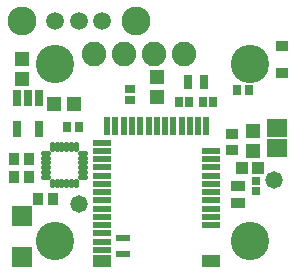
<source format=gbr>
G04 EAGLE Gerber RS-274X export*
G75*
%MOMM*%
%FSLAX34Y34*%
%LPD*%
%INSoldermask Top*%
%IPPOS*%
%AMOC8*
5,1,8,0,0,1.08239X$1,22.5*%
G01*
%ADD10C,1.473200*%
%ADD11C,3.248200*%
%ADD12R,1.203200X1.303200*%
%ADD13R,0.793200X0.833200*%
%ADD14R,0.903200X1.103200*%
%ADD15R,1.143000X0.863600*%
%ADD16C,2.082800*%
%ADD17R,1.053200X1.003200*%
%ADD18R,0.803200X0.743200*%
%ADD19R,1.703200X1.703200*%
%ADD20R,1.603200X1.003200*%
%ADD21R,1.603200X0.603200*%
%ADD22R,0.603200X1.603200*%
%ADD23R,1.203200X0.603200*%
%ADD24C,0.258150*%
%ADD25C,1.511200*%
%ADD26C,2.453200*%
%ADD27R,0.753200X1.403200*%
%ADD28R,1.303200X1.203200*%
%ADD29R,1.703200X1.503200*%
%ADD30R,0.803200X1.303200*%
%ADD31R,1.033200X0.833200*%
%ADD32R,1.103200X0.903200*%
%ADD33R,0.903200X0.803200*%
%ADD34R,0.803200X0.903200*%


D10*
X383540Y104140D03*
D11*
X198120Y52000D03*
X198120Y202000D03*
X363220Y202000D03*
X363220Y52000D03*
D12*
X284480Y174380D03*
X284480Y191380D03*
D13*
X323460Y169672D03*
X331860Y169672D03*
X311540Y169672D03*
X303140Y169672D03*
D14*
X163680Y121920D03*
X176680Y121920D03*
X184000Y87884D03*
X197000Y87884D03*
X163680Y106680D03*
X176680Y106680D03*
D12*
X365760Y145660D03*
X365760Y128660D03*
D15*
X353060Y84328D03*
X353060Y98552D03*
D16*
X231140Y210820D03*
X256540Y210820D03*
X281940Y210820D03*
X307340Y210820D03*
D17*
X370220Y114300D03*
X356220Y114300D03*
D18*
X368300Y102872D03*
X368300Y94232D03*
D19*
X170180Y38380D03*
X170180Y73380D03*
D20*
X330480Y35660D03*
D21*
X330480Y65660D03*
X330480Y72660D03*
X330480Y79660D03*
X330480Y86660D03*
X330480Y93660D03*
X330480Y100660D03*
X330480Y107660D03*
X330480Y114660D03*
X330480Y121660D03*
X330480Y128660D03*
D22*
X326480Y149660D03*
X319480Y149660D03*
X312480Y149660D03*
X305480Y149660D03*
X298480Y149660D03*
X291480Y149660D03*
X284480Y149660D03*
X277480Y149660D03*
X270480Y149660D03*
X263480Y149660D03*
X256480Y149660D03*
X249480Y149660D03*
X242480Y149660D03*
D21*
X238480Y128660D03*
X238480Y121660D03*
X238480Y114660D03*
X238480Y107660D03*
X238480Y100660D03*
X238480Y93660D03*
X238480Y86660D03*
X238480Y79660D03*
X238480Y72660D03*
X238480Y65660D03*
X238480Y58660D03*
X238480Y51660D03*
X238480Y44660D03*
D20*
X238480Y35660D03*
D23*
X255480Y41160D03*
X255480Y55160D03*
D21*
X238480Y135660D03*
D24*
X214915Y135215D02*
X214915Y129365D01*
X214915Y135215D02*
X216565Y135215D01*
X216565Y129365D01*
X214915Y129365D01*
X214915Y131818D02*
X216565Y131818D01*
X216565Y134271D02*
X214915Y134271D01*
X210915Y135215D02*
X210915Y129365D01*
X210915Y135215D02*
X212565Y135215D01*
X212565Y129365D01*
X210915Y129365D01*
X210915Y131818D02*
X212565Y131818D01*
X212565Y134271D02*
X210915Y134271D01*
X206915Y135215D02*
X206915Y129365D01*
X206915Y135215D02*
X208565Y135215D01*
X208565Y129365D01*
X206915Y129365D01*
X206915Y131818D02*
X208565Y131818D01*
X208565Y134271D02*
X206915Y134271D01*
X202915Y135215D02*
X202915Y129365D01*
X202915Y135215D02*
X204565Y135215D01*
X204565Y129365D01*
X202915Y129365D01*
X202915Y131818D02*
X204565Y131818D01*
X204565Y134271D02*
X202915Y134271D01*
X198915Y135215D02*
X198915Y129365D01*
X198915Y135215D02*
X200565Y135215D01*
X200565Y129365D01*
X198915Y129365D01*
X198915Y131818D02*
X200565Y131818D01*
X200565Y134271D02*
X198915Y134271D01*
X194915Y135215D02*
X194915Y129365D01*
X194915Y135215D02*
X196565Y135215D01*
X196565Y129365D01*
X194915Y129365D01*
X194915Y131818D02*
X196565Y131818D01*
X196565Y134271D02*
X194915Y134271D01*
X193215Y126015D02*
X187365Y126015D01*
X187365Y127665D01*
X193215Y127665D01*
X193215Y126015D01*
X193215Y122015D02*
X187365Y122015D01*
X187365Y123665D01*
X193215Y123665D01*
X193215Y122015D01*
X193215Y118015D02*
X187365Y118015D01*
X187365Y119665D01*
X193215Y119665D01*
X193215Y118015D01*
X193215Y114015D02*
X187365Y114015D01*
X187365Y115665D01*
X193215Y115665D01*
X193215Y114015D01*
X193215Y110015D02*
X187365Y110015D01*
X187365Y111665D01*
X193215Y111665D01*
X193215Y110015D01*
X193215Y106015D02*
X187365Y106015D01*
X187365Y107665D01*
X193215Y107665D01*
X193215Y106015D01*
X196565Y104315D02*
X196565Y98465D01*
X194915Y98465D01*
X194915Y104315D01*
X196565Y104315D01*
X196565Y100918D02*
X194915Y100918D01*
X194915Y103371D02*
X196565Y103371D01*
X200565Y104315D02*
X200565Y98465D01*
X198915Y98465D01*
X198915Y104315D01*
X200565Y104315D01*
X200565Y100918D02*
X198915Y100918D01*
X198915Y103371D02*
X200565Y103371D01*
X204565Y104315D02*
X204565Y98465D01*
X202915Y98465D01*
X202915Y104315D01*
X204565Y104315D01*
X204565Y100918D02*
X202915Y100918D01*
X202915Y103371D02*
X204565Y103371D01*
X208565Y104315D02*
X208565Y98465D01*
X206915Y98465D01*
X206915Y104315D01*
X208565Y104315D01*
X208565Y100918D02*
X206915Y100918D01*
X206915Y103371D02*
X208565Y103371D01*
X212565Y104315D02*
X212565Y98465D01*
X210915Y98465D01*
X210915Y104315D01*
X212565Y104315D01*
X212565Y100918D02*
X210915Y100918D01*
X210915Y103371D02*
X212565Y103371D01*
X216565Y104315D02*
X216565Y98465D01*
X214915Y98465D01*
X214915Y104315D01*
X216565Y104315D01*
X216565Y100918D02*
X214915Y100918D01*
X214915Y103371D02*
X216565Y103371D01*
X218265Y107665D02*
X224115Y107665D01*
X224115Y106015D01*
X218265Y106015D01*
X218265Y107665D01*
X218265Y111665D02*
X224115Y111665D01*
X224115Y110015D01*
X218265Y110015D01*
X218265Y111665D01*
X218265Y115665D02*
X224115Y115665D01*
X224115Y114015D01*
X218265Y114015D01*
X218265Y115665D01*
X218265Y119665D02*
X224115Y119665D01*
X224115Y118015D01*
X218265Y118015D01*
X218265Y119665D01*
X218265Y123665D02*
X224115Y123665D01*
X224115Y122015D01*
X218265Y122015D01*
X218265Y123665D01*
X218265Y127665D02*
X224115Y127665D01*
X224115Y126015D01*
X218265Y126015D01*
X218265Y127665D01*
D10*
X218440Y83820D03*
D25*
X218440Y238760D03*
X198440Y238760D03*
X238440Y238760D03*
D26*
X169940Y238760D03*
X266940Y238760D03*
D27*
X184760Y173021D03*
X175260Y173021D03*
X165760Y173021D03*
X165760Y147019D03*
X184760Y147019D03*
D12*
X170180Y206620D03*
X170180Y189620D03*
D28*
X214240Y168656D03*
X197240Y168656D03*
D29*
X386080Y148200D03*
X386080Y131200D03*
D30*
X310500Y186944D03*
X324500Y186944D03*
D31*
X390652Y217240D03*
X390652Y194240D03*
D32*
X348488Y129644D03*
X348488Y142644D03*
D33*
X262128Y181276D03*
X262128Y171276D03*
D34*
X362124Y180340D03*
X352124Y180340D03*
X208360Y148844D03*
X218360Y148844D03*
M02*

</source>
